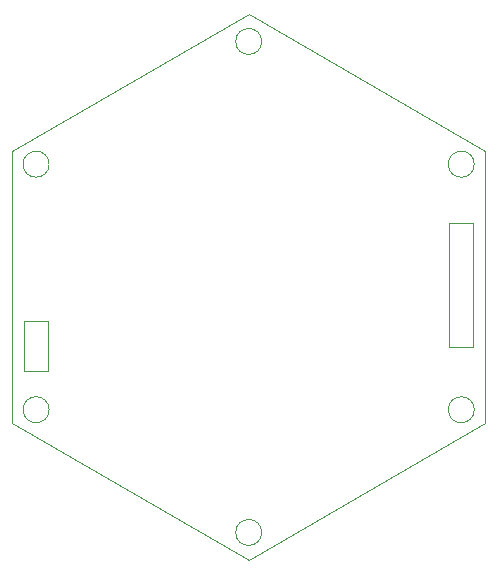
<source format=gbr>
%TF.GenerationSoftware,KiCad,Pcbnew,7.0.5*%
%TF.CreationDate,2024-01-17T11:16:35-05:00*%
%TF.ProjectId,PWR,5057522e-6b69-4636-9164-5f7063625858,rev?*%
%TF.SameCoordinates,Original*%
%TF.FileFunction,Profile,NP*%
%FSLAX46Y46*%
G04 Gerber Fmt 4.6, Leading zero omitted, Abs format (unit mm)*
G04 Created by KiCad (PCBNEW 7.0.5) date 2024-01-17 11:16:35*
%MOMM*%
%LPD*%
G01*
G04 APERTURE LIST*
%TA.AperFunction,Profile*%
%ADD10C,0.100000*%
%TD*%
G04 APERTURE END LIST*
D10*
X130100000Y-85013684D02*
G75*
G03*
X130100000Y-85013684I-1100000J0D01*
G01*
X166100000Y-85013684D02*
G75*
G03*
X166100000Y-85013684I-1100000J0D01*
G01*
X127000000Y-106952994D02*
X147000000Y-118500000D01*
X130100000Y-105798294D02*
G75*
G03*
X130100000Y-105798294I-1100000J0D01*
G01*
X148100000Y-116190599D02*
G75*
G03*
X148100000Y-116190599I-1100000J0D01*
G01*
X147000000Y-118500000D02*
X167000000Y-106952994D01*
X164000000Y-90000000D02*
X166000000Y-90000000D01*
X166000000Y-100500000D01*
X164000000Y-100500000D01*
X164000000Y-90000000D01*
X166100000Y-105798294D02*
G75*
G03*
X166100000Y-105798294I-1100000J0D01*
G01*
X167000000Y-106952994D02*
X167000000Y-83858984D01*
X167000000Y-83858984D02*
X147000000Y-72311978D01*
X127000000Y-83858984D02*
X127000000Y-106952994D01*
X147000000Y-72311978D02*
X127000000Y-83858984D01*
X128000000Y-98300000D02*
X130000000Y-98300000D01*
X130000000Y-102500000D01*
X128000000Y-102500000D01*
X128000000Y-98300000D01*
X148100000Y-74621379D02*
G75*
G03*
X148100000Y-74621379I-1100000J0D01*
G01*
M02*

</source>
